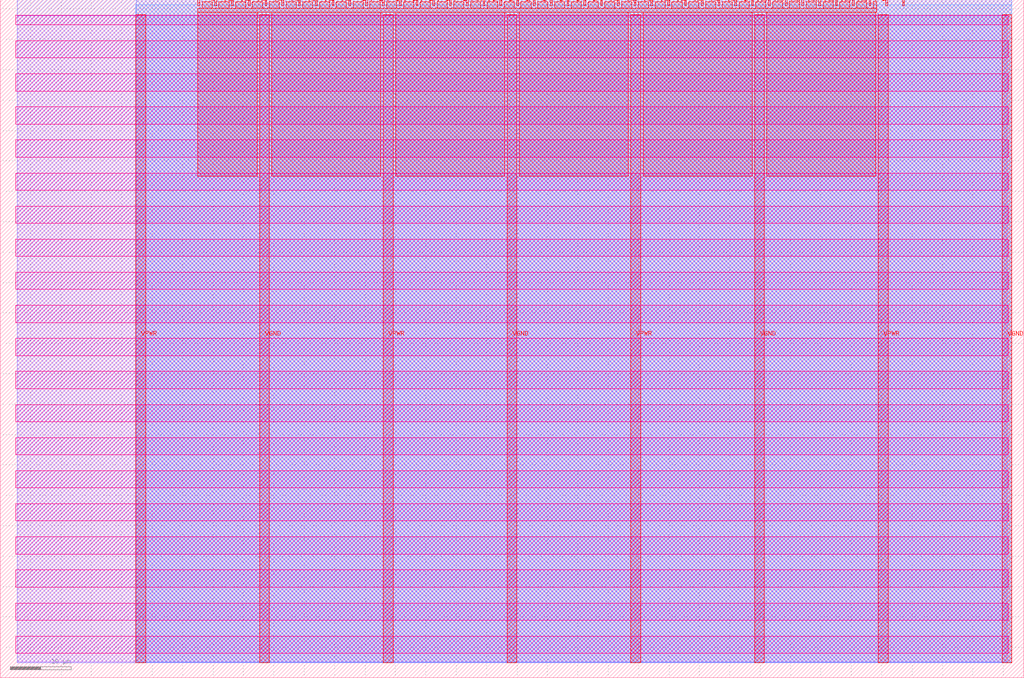
<source format=lef>
VERSION 5.7 ;
  NOWIREEXTENSIONATPIN ON ;
  DIVIDERCHAR "/" ;
  BUSBITCHARS "[]" ;
MACRO tt_um_rebel2_balanced_ternary_ALU
  CLASS BLOCK ;
  FOREIGN tt_um_rebel2_balanced_ternary_ALU ;
  ORIGIN 0.000 0.000 ;
  SIZE 168.360 BY 111.520 ;
  PIN VGND
    DIRECTION INOUT ;
    USE GROUND ;
    PORT
      LAYER met4 ;
        RECT 42.670 2.480 44.270 109.040 ;
    END
    PORT
      LAYER met4 ;
        RECT 83.380 2.480 84.980 109.040 ;
    END
    PORT
      LAYER met4 ;
        RECT 124.090 2.480 125.690 109.040 ;
    END
    PORT
      LAYER met4 ;
        RECT 164.800 2.480 166.400 109.040 ;
    END
  END VGND
  PIN VPWR
    DIRECTION INOUT ;
    USE POWER ;
    PORT
      LAYER met4 ;
        RECT 22.315 2.480 23.915 109.040 ;
    END
    PORT
      LAYER met4 ;
        RECT 63.025 2.480 64.625 109.040 ;
    END
    PORT
      LAYER met4 ;
        RECT 103.735 2.480 105.335 109.040 ;
    END
    PORT
      LAYER met4 ;
        RECT 144.445 2.480 146.045 109.040 ;
    END
  END VPWR
  PIN clk
    DIRECTION INPUT ;
    USE SIGNAL ;
    PORT
      LAYER met4 ;
        RECT 145.670 110.520 145.970 111.520 ;
    END
  END clk
  PIN ena
    DIRECTION INPUT ;
    USE SIGNAL ;
    PORT
      LAYER met4 ;
        RECT 148.430 110.520 148.730 111.520 ;
    END
  END ena
  PIN rst_n
    DIRECTION INPUT ;
    USE SIGNAL ;
    PORT
      LAYER met4 ;
        RECT 142.910 110.520 143.210 111.520 ;
    END
  END rst_n
  PIN ui_in[0]
    DIRECTION INPUT ;
    USE SIGNAL ;
    ANTENNAGATEAREA 0.159000 ;
    PORT
      LAYER met4 ;
        RECT 140.150 110.520 140.450 111.520 ;
    END
  END ui_in[0]
  PIN ui_in[1]
    DIRECTION INPUT ;
    USE SIGNAL ;
    ANTENNAGATEAREA 0.213000 ;
    PORT
      LAYER met4 ;
        RECT 137.390 110.520 137.690 111.520 ;
    END
  END ui_in[1]
  PIN ui_in[2]
    DIRECTION INPUT ;
    USE SIGNAL ;
    ANTENNAGATEAREA 0.213000 ;
    PORT
      LAYER met4 ;
        RECT 134.630 110.520 134.930 111.520 ;
    END
  END ui_in[2]
  PIN ui_in[3]
    DIRECTION INPUT ;
    USE SIGNAL ;
    ANTENNAGATEAREA 0.196500 ;
    PORT
      LAYER met4 ;
        RECT 131.870 110.520 132.170 111.520 ;
    END
  END ui_in[3]
  PIN ui_in[4]
    DIRECTION INPUT ;
    USE SIGNAL ;
    ANTENNAGATEAREA 0.159000 ;
    PORT
      LAYER met4 ;
        RECT 129.110 110.520 129.410 111.520 ;
    END
  END ui_in[4]
  PIN ui_in[5]
    DIRECTION INPUT ;
    USE SIGNAL ;
    ANTENNAGATEAREA 0.159000 ;
    PORT
      LAYER met4 ;
        RECT 126.350 110.520 126.650 111.520 ;
    END
  END ui_in[5]
  PIN ui_in[6]
    DIRECTION INPUT ;
    USE SIGNAL ;
    ANTENNAGATEAREA 0.159000 ;
    PORT
      LAYER met4 ;
        RECT 123.590 110.520 123.890 111.520 ;
    END
  END ui_in[6]
  PIN ui_in[7]
    DIRECTION INPUT ;
    USE SIGNAL ;
    ANTENNAGATEAREA 0.159000 ;
    PORT
      LAYER met4 ;
        RECT 120.830 110.520 121.130 111.520 ;
    END
  END ui_in[7]
  PIN uio_in[0]
    DIRECTION INPUT ;
    USE SIGNAL ;
    ANTENNAGATEAREA 0.196500 ;
    PORT
      LAYER met4 ;
        RECT 118.070 110.520 118.370 111.520 ;
    END
  END uio_in[0]
  PIN uio_in[1]
    DIRECTION INPUT ;
    USE SIGNAL ;
    ANTENNAGATEAREA 0.196500 ;
    PORT
      LAYER met4 ;
        RECT 115.310 110.520 115.610 111.520 ;
    END
  END uio_in[1]
  PIN uio_in[2]
    DIRECTION INPUT ;
    USE SIGNAL ;
    ANTENNAGATEAREA 0.196500 ;
    PORT
      LAYER met4 ;
        RECT 112.550 110.520 112.850 111.520 ;
    END
  END uio_in[2]
  PIN uio_in[3]
    DIRECTION INPUT ;
    USE SIGNAL ;
    ANTENNAGATEAREA 0.159000 ;
    PORT
      LAYER met4 ;
        RECT 109.790 110.520 110.090 111.520 ;
    END
  END uio_in[3]
  PIN uio_in[4]
    DIRECTION INPUT ;
    USE SIGNAL ;
    ANTENNAGATEAREA 0.213000 ;
    PORT
      LAYER met4 ;
        RECT 107.030 110.520 107.330 111.520 ;
    END
  END uio_in[4]
  PIN uio_in[5]
    DIRECTION INPUT ;
    USE SIGNAL ;
    ANTENNAGATEAREA 0.196500 ;
    PORT
      LAYER met4 ;
        RECT 104.270 110.520 104.570 111.520 ;
    END
  END uio_in[5]
  PIN uio_in[6]
    DIRECTION INPUT ;
    USE SIGNAL ;
    ANTENNAGATEAREA 0.126000 ;
    PORT
      LAYER met4 ;
        RECT 101.510 110.520 101.810 111.520 ;
    END
  END uio_in[6]
  PIN uio_in[7]
    DIRECTION INPUT ;
    USE SIGNAL ;
    ANTENNAGATEAREA 0.196500 ;
    PORT
      LAYER met4 ;
        RECT 98.750 110.520 99.050 111.520 ;
    END
  END uio_in[7]
  PIN uio_oe[0]
    DIRECTION OUTPUT TRISTATE ;
    USE SIGNAL ;
    PORT
      LAYER met4 ;
        RECT 51.830 110.520 52.130 111.520 ;
    END
  END uio_oe[0]
  PIN uio_oe[1]
    DIRECTION OUTPUT TRISTATE ;
    USE SIGNAL ;
    PORT
      LAYER met4 ;
        RECT 49.070 110.520 49.370 111.520 ;
    END
  END uio_oe[1]
  PIN uio_oe[2]
    DIRECTION OUTPUT TRISTATE ;
    USE SIGNAL ;
    PORT
      LAYER met4 ;
        RECT 46.310 110.520 46.610 111.520 ;
    END
  END uio_oe[2]
  PIN uio_oe[3]
    DIRECTION OUTPUT TRISTATE ;
    USE SIGNAL ;
    PORT
      LAYER met4 ;
        RECT 43.550 110.520 43.850 111.520 ;
    END
  END uio_oe[3]
  PIN uio_oe[4]
    DIRECTION OUTPUT TRISTATE ;
    USE SIGNAL ;
    PORT
      LAYER met4 ;
        RECT 40.790 110.520 41.090 111.520 ;
    END
  END uio_oe[4]
  PIN uio_oe[5]
    DIRECTION OUTPUT TRISTATE ;
    USE SIGNAL ;
    PORT
      LAYER met4 ;
        RECT 38.030 110.520 38.330 111.520 ;
    END
  END uio_oe[5]
  PIN uio_oe[6]
    DIRECTION OUTPUT TRISTATE ;
    USE SIGNAL ;
    PORT
      LAYER met4 ;
        RECT 35.270 110.520 35.570 111.520 ;
    END
  END uio_oe[6]
  PIN uio_oe[7]
    DIRECTION OUTPUT TRISTATE ;
    USE SIGNAL ;
    PORT
      LAYER met4 ;
        RECT 32.510 110.520 32.810 111.520 ;
    END
  END uio_oe[7]
  PIN uio_out[0]
    DIRECTION OUTPUT TRISTATE ;
    USE SIGNAL ;
    PORT
      LAYER met4 ;
        RECT 73.910 110.520 74.210 111.520 ;
    END
  END uio_out[0]
  PIN uio_out[1]
    DIRECTION OUTPUT TRISTATE ;
    USE SIGNAL ;
    PORT
      LAYER met4 ;
        RECT 71.150 110.520 71.450 111.520 ;
    END
  END uio_out[1]
  PIN uio_out[2]
    DIRECTION OUTPUT TRISTATE ;
    USE SIGNAL ;
    PORT
      LAYER met4 ;
        RECT 68.390 110.520 68.690 111.520 ;
    END
  END uio_out[2]
  PIN uio_out[3]
    DIRECTION OUTPUT TRISTATE ;
    USE SIGNAL ;
    PORT
      LAYER met4 ;
        RECT 65.630 110.520 65.930 111.520 ;
    END
  END uio_out[3]
  PIN uio_out[4]
    DIRECTION OUTPUT TRISTATE ;
    USE SIGNAL ;
    PORT
      LAYER met4 ;
        RECT 62.870 110.520 63.170 111.520 ;
    END
  END uio_out[4]
  PIN uio_out[5]
    DIRECTION OUTPUT TRISTATE ;
    USE SIGNAL ;
    PORT
      LAYER met4 ;
        RECT 60.110 110.520 60.410 111.520 ;
    END
  END uio_out[5]
  PIN uio_out[6]
    DIRECTION OUTPUT TRISTATE ;
    USE SIGNAL ;
    PORT
      LAYER met4 ;
        RECT 57.350 110.520 57.650 111.520 ;
    END
  END uio_out[6]
  PIN uio_out[7]
    DIRECTION OUTPUT TRISTATE ;
    USE SIGNAL ;
    PORT
      LAYER met4 ;
        RECT 54.590 110.520 54.890 111.520 ;
    END
  END uio_out[7]
  PIN uo_out[0]
    DIRECTION OUTPUT TRISTATE ;
    USE SIGNAL ;
    ANTENNADIFFAREA 0.795200 ;
    PORT
      LAYER met4 ;
        RECT 95.990 110.520 96.290 111.520 ;
    END
  END uo_out[0]
  PIN uo_out[1]
    DIRECTION OUTPUT TRISTATE ;
    USE SIGNAL ;
    ANTENNADIFFAREA 0.795200 ;
    PORT
      LAYER met4 ;
        RECT 93.230 110.520 93.530 111.520 ;
    END
  END uo_out[1]
  PIN uo_out[2]
    DIRECTION OUTPUT TRISTATE ;
    USE SIGNAL ;
    ANTENNADIFFAREA 0.891000 ;
    PORT
      LAYER met4 ;
        RECT 90.470 110.520 90.770 111.520 ;
    END
  END uo_out[2]
  PIN uo_out[3]
    DIRECTION OUTPUT TRISTATE ;
    USE SIGNAL ;
    ANTENNADIFFAREA 0.891000 ;
    PORT
      LAYER met4 ;
        RECT 87.710 110.520 88.010 111.520 ;
    END
  END uo_out[3]
  PIN uo_out[4]
    DIRECTION OUTPUT TRISTATE ;
    USE SIGNAL ;
    ANTENNADIFFAREA 0.891000 ;
    PORT
      LAYER met4 ;
        RECT 84.950 110.520 85.250 111.520 ;
    END
  END uo_out[4]
  PIN uo_out[5]
    DIRECTION OUTPUT TRISTATE ;
    USE SIGNAL ;
    ANTENNADIFFAREA 0.891000 ;
    PORT
      LAYER met4 ;
        RECT 82.190 110.520 82.490 111.520 ;
    END
  END uo_out[5]
  PIN uo_out[6]
    DIRECTION OUTPUT TRISTATE ;
    USE SIGNAL ;
    ANTENNADIFFAREA 1.971000 ;
    PORT
      LAYER met4 ;
        RECT 79.430 110.520 79.730 111.520 ;
    END
  END uo_out[6]
  PIN uo_out[7]
    DIRECTION OUTPUT TRISTATE ;
    USE SIGNAL ;
    ANTENNADIFFAREA 1.431000 ;
    PORT
      LAYER met4 ;
        RECT 76.670 110.520 76.970 111.520 ;
    END
  END uo_out[7]
  OBS
      LAYER nwell ;
        RECT 2.570 107.385 165.790 108.990 ;
        RECT 2.570 101.945 165.790 104.775 ;
        RECT 2.570 96.505 165.790 99.335 ;
        RECT 2.570 91.065 165.790 93.895 ;
        RECT 2.570 85.625 165.790 88.455 ;
        RECT 2.570 80.185 165.790 83.015 ;
        RECT 2.570 74.745 165.790 77.575 ;
        RECT 2.570 69.305 165.790 72.135 ;
        RECT 2.570 63.865 165.790 66.695 ;
        RECT 2.570 58.425 165.790 61.255 ;
        RECT 2.570 52.985 165.790 55.815 ;
        RECT 2.570 47.545 165.790 50.375 ;
        RECT 2.570 42.105 165.790 44.935 ;
        RECT 2.570 36.665 165.790 39.495 ;
        RECT 2.570 31.225 165.790 34.055 ;
        RECT 2.570 25.785 165.790 28.615 ;
        RECT 2.570 20.345 165.790 23.175 ;
        RECT 2.570 14.905 165.790 17.735 ;
        RECT 2.570 9.465 165.790 12.295 ;
        RECT 2.570 4.025 165.790 6.855 ;
      LAYER li1 ;
        RECT 2.760 2.635 165.600 108.885 ;
      LAYER met1 ;
        RECT 2.760 2.480 166.400 111.480 ;
      LAYER met2 ;
        RECT 22.345 2.535 166.370 111.510 ;
      LAYER met3 ;
        RECT 22.325 2.555 166.390 110.665 ;
      LAYER met4 ;
        RECT 33.210 110.120 34.870 111.170 ;
        RECT 35.970 110.120 37.630 111.170 ;
        RECT 38.730 110.120 40.390 111.170 ;
        RECT 41.490 110.120 43.150 111.170 ;
        RECT 44.250 110.120 45.910 111.170 ;
        RECT 47.010 110.120 48.670 111.170 ;
        RECT 49.770 110.120 51.430 111.170 ;
        RECT 52.530 110.120 54.190 111.170 ;
        RECT 55.290 110.120 56.950 111.170 ;
        RECT 58.050 110.120 59.710 111.170 ;
        RECT 60.810 110.120 62.470 111.170 ;
        RECT 63.570 110.120 65.230 111.170 ;
        RECT 66.330 110.120 67.990 111.170 ;
        RECT 69.090 110.120 70.750 111.170 ;
        RECT 71.850 110.120 73.510 111.170 ;
        RECT 74.610 110.120 76.270 111.170 ;
        RECT 77.370 110.120 79.030 111.170 ;
        RECT 80.130 110.120 81.790 111.170 ;
        RECT 82.890 110.120 84.550 111.170 ;
        RECT 85.650 110.120 87.310 111.170 ;
        RECT 88.410 110.120 90.070 111.170 ;
        RECT 91.170 110.120 92.830 111.170 ;
        RECT 93.930 110.120 95.590 111.170 ;
        RECT 96.690 110.120 98.350 111.170 ;
        RECT 99.450 110.120 101.110 111.170 ;
        RECT 102.210 110.120 103.870 111.170 ;
        RECT 104.970 110.120 106.630 111.170 ;
        RECT 107.730 110.120 109.390 111.170 ;
        RECT 110.490 110.120 112.150 111.170 ;
        RECT 113.250 110.120 114.910 111.170 ;
        RECT 116.010 110.120 117.670 111.170 ;
        RECT 118.770 110.120 120.430 111.170 ;
        RECT 121.530 110.120 123.190 111.170 ;
        RECT 124.290 110.120 125.950 111.170 ;
        RECT 127.050 110.120 128.710 111.170 ;
        RECT 129.810 110.120 131.470 111.170 ;
        RECT 132.570 110.120 134.230 111.170 ;
        RECT 135.330 110.120 136.990 111.170 ;
        RECT 138.090 110.120 139.750 111.170 ;
        RECT 140.850 110.120 142.510 111.170 ;
        RECT 143.610 110.120 144.145 111.170 ;
        RECT 32.495 109.440 144.145 110.120 ;
        RECT 32.495 82.455 42.270 109.440 ;
        RECT 44.670 82.455 62.625 109.440 ;
        RECT 65.025 82.455 82.980 109.440 ;
        RECT 85.380 82.455 103.335 109.440 ;
        RECT 105.735 82.455 123.690 109.440 ;
        RECT 126.090 82.455 144.045 109.440 ;
  END
END tt_um_rebel2_balanced_ternary_ALU
END LIBRARY


</source>
